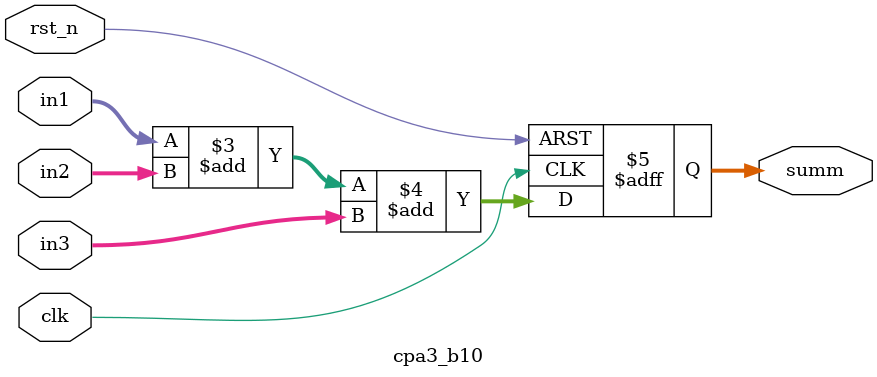
<source format=v>
module cpa3_b10 (
input clk,
input rst_n,
input [7:0] in1,
input [7:0] in2,
input [8:0] in3,
output reg [9:0] summ
);

always @ (posedge clk or negedge rst_n) begin
	if (rst_n == 1'b0) begin
		summ	<= 10'b0;
	end else begin
		summ	<= in1 + in2 + in3;
	end
end

endmodule

</source>
